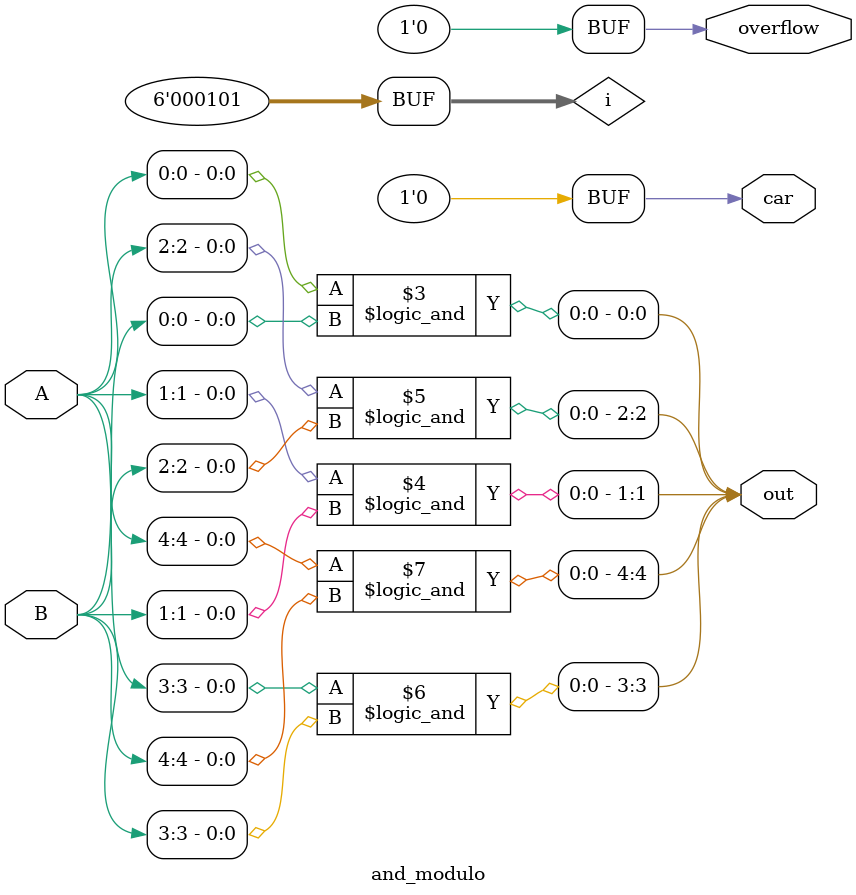
<source format=sv>
module and_modulo #(parameter n = 5) (input [n-1:0] A, 
												  input [n-1:0] B, 
												  output reg [n-1:0] out,
												  output bit overflow,
												  output bit car);
	assign car = 0;
	assign overflow = 0;
	reg [n:0] i;	
	always_comb  begin
		for(i = 0; i < n; i = i + 1) begin
			out[i] = A[i]&&B[i];
		end
	end
endmodule

</source>
